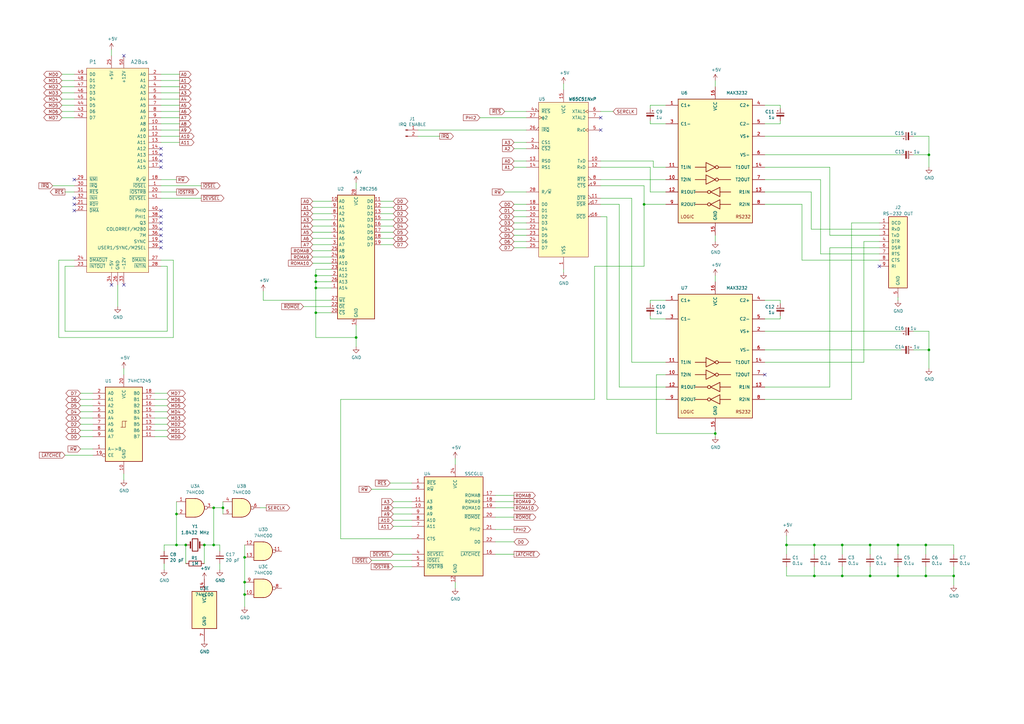
<source format=kicad_sch>
(kicad_sch (version 20211123) (generator eeschema)
  (paper "A3")
  (junction (at 264.16 83.82))
  (junction (at 72.39 210.82))
  (junction (at 356.87 236.22))
  (junction (at 87.63 223.52))
  (junction (at 100.33 243.84))
  (junction (at 91.44 208.28))
  (junction (at 368.3 223.52))
  (junction (at 129.54 118.11))
  (junction (at 381 143.51))
  (junction (at 293.37 177.8))
  (junction (at 72.39 223.52))
  (junction (at 345.44 223.52))
  (junction (at 322.58 223.52))
  (junction (at 379.73 223.52))
  (junction (at 100.33 228.6))
  (junction (at 379.73 236.22))
  (junction (at 356.87 223.52))
  (junction (at 381 63.5))
  (junction (at 334.01 236.22))
  (junction (at 76.2 223.52))
  (junction (at 345.44 236.22))
  (junction (at 146.05 138.43))
  (junction (at 87.63 208.28))
  (junction (at 100.33 238.76))
  (junction (at 129.54 113.03))
  (junction (at 129.54 115.57))
  (junction (at 129.54 128.27))
  (junction (at 391.16 236.22))
  (junction (at 334.01 223.52))
  (junction (at 368.3 236.22))
  (junction (at 83.82 223.52))
  (no_connect (at 30.48 81.28))
  (no_connect (at 66.04 99.06))
  (no_connect (at 50.8 22.86))
  (no_connect (at 246.38 53.34))
  (no_connect (at 66.04 68.58))
  (no_connect (at 66.04 60.96))
  (no_connect (at 66.04 86.36))
  (no_connect (at 66.04 88.9))
  (no_connect (at 45.72 116.84))
  (no_connect (at 30.48 86.36))
  (no_connect (at 66.04 101.6))
  (no_connect (at 30.48 73.66))
  (no_connect (at 66.04 93.98))
  (no_connect (at 50.8 116.84))
  (no_connect (at 246.38 48.26))
  (no_connect (at 360.68 109.22))
  (no_connect (at 66.04 96.52))
  (no_connect (at 66.04 91.44))
  (no_connect (at 30.48 83.82))
  (no_connect (at 66.04 63.5))
  (no_connect (at 66.04 66.04))
  (no_connect (at 313.69 153.67))
  (wire (pts (xy 66.04 53.34) (xy 73.66 53.34)))
  (wire (pts (xy 266.7 123.19) (xy 273.05 123.19)))
  (wire (pts (xy 266.7 68.58) (xy 266.7 78.74)))
  (wire (pts (xy 266.7 124.46) (xy 266.7 123.19)))
  (wire (pts (xy 313.69 148.59) (xy 354.33 148.59)))
  (wire (pts (xy 266.7 50.8) (xy 266.7 49.53)))
  (wire (pts (xy 322.58 236.22) (xy 334.01 236.22)))
  (wire (pts (xy 203.2 222.25) (xy 210.82 222.25)))
  (wire (pts (xy 72.39 210.82) (xy 72.39 223.52)))
  (wire (pts (xy 135.89 85.09) (xy 128.27 85.09)))
  (wire (pts (xy 273.05 50.8) (xy 266.7 50.8)))
  (wire (pts (xy 313.69 73.66) (xy 336.55 73.66)))
  (wire (pts (xy 25.4 43.18) (xy 30.48 43.18)))
  (wire (pts (xy 381 63.5) (xy 381 68.58)))
  (wire (pts (xy 210.82 99.06) (xy 215.9 99.06)))
  (wire (pts (xy 313.69 135.89) (xy 369.57 135.89)))
  (wire (pts (xy 146.05 138.43) (xy 146.05 142.24)))
  (wire (pts (xy 135.89 107.95) (xy 128.27 107.95)))
  (wire (pts (xy 67.31 223.52) (xy 67.31 226.06)))
  (wire (pts (xy 246.38 88.9) (xy 248.92 88.9)))
  (wire (pts (xy 374.65 135.89) (xy 381 135.89)))
  (wire (pts (xy 293.37 113.03) (xy 293.37 115.57)))
  (wire (pts (xy 66.04 76.2) (xy 82.55 76.2)))
  (wire (pts (xy 267.97 66.04) (xy 267.97 68.58)))
  (wire (pts (xy 381 135.89) (xy 381 143.51)))
  (wire (pts (xy 207.01 78.74) (xy 215.9 78.74)))
  (wire (pts (xy 107.95 123.19) (xy 135.89 123.19)))
  (wire (pts (xy 26.67 135.89) (xy 68.58 135.89)))
  (wire (pts (xy 391.16 236.22) (xy 391.16 240.03)))
  (wire (pts (xy 33.02 179.07) (xy 38.1 179.07)))
  (wire (pts (xy 129.54 110.49) (xy 129.54 113.03)))
  (wire (pts (xy 33.02 184.15) (xy 38.1 184.15)))
  (wire (pts (xy 33.02 173.99) (xy 38.1 173.99)))
  (wire (pts (xy 139.7 220.98) (xy 139.7 163.83)))
  (wire (pts (xy 368.3 232.41) (xy 368.3 236.22)))
  (wire (pts (xy 135.89 95.25) (xy 128.27 95.25)))
  (wire (pts (xy 246.38 66.04) (xy 267.97 66.04)))
  (wire (pts (xy 168.91 205.74) (xy 161.29 205.74)))
  (wire (pts (xy 210.82 88.9) (xy 215.9 88.9)))
  (wire (pts (xy 273.05 130.81) (xy 266.7 130.81)))
  (wire (pts (xy 33.02 166.37) (xy 38.1 166.37)))
  (wire (pts (xy 25.4 45.72) (xy 30.48 45.72)))
  (wire (pts (xy 180.34 55.88) (xy 171.45 55.88)))
  (wire (pts (xy 356.87 232.41) (xy 356.87 236.22)))
  (wire (pts (xy 345.44 223.52) (xy 334.01 223.52)))
  (wire (pts (xy 91.44 208.28) (xy 91.44 210.82)))
  (wire (pts (xy 161.29 97.79) (xy 156.21 97.79)))
  (wire (pts (xy 320.04 44.45) (xy 320.04 43.18)))
  (wire (pts (xy 210.82 101.6) (xy 215.9 101.6)))
  (wire (pts (xy 379.73 223.52) (xy 379.73 227.33)))
  (wire (pts (xy 87.63 223.52) (xy 87.63 208.28)))
  (wire (pts (xy 68.58 109.22) (xy 66.04 109.22)))
  (wire (pts (xy 25.4 38.1) (xy 30.48 38.1)))
  (wire (pts (xy 135.89 105.41) (xy 128.27 105.41)))
  (wire (pts (xy 33.02 163.83) (xy 38.1 163.83)))
  (wire (pts (xy 68.58 168.91) (xy 63.5 168.91)))
  (wire (pts (xy 243.84 163.83) (xy 243.84 109.22)))
  (wire (pts (xy 25.4 40.64) (xy 30.48 40.64)))
  (wire (pts (xy 25.4 48.26) (xy 30.48 48.26)))
  (wire (pts (xy 246.38 73.66) (xy 273.05 73.66)))
  (wire (pts (xy 203.2 227.33) (xy 210.82 227.33)))
  (wire (pts (xy 267.97 68.58) (xy 273.05 68.58)))
  (wire (pts (xy 26.67 78.74) (xy 30.48 78.74)))
  (wire (pts (xy 91.44 205.74) (xy 91.44 208.28)))
  (wire (pts (xy 90.17 231.14) (xy 90.17 233.68)))
  (wire (pts (xy 66.04 58.42) (xy 73.66 58.42)))
  (wire (pts (xy 25.4 30.48) (xy 30.48 30.48)))
  (wire (pts (xy 313.69 143.51) (xy 369.57 143.51)))
  (wire (pts (xy 168.91 232.41) (xy 161.29 232.41)))
  (wire (pts (xy 135.89 118.11) (xy 129.54 118.11)))
  (wire (pts (xy 100.33 223.52) (xy 100.33 228.6)))
  (wire (pts (xy 129.54 138.43) (xy 146.05 138.43)))
  (wire (pts (xy 334.01 236.22) (xy 345.44 236.22)))
  (wire (pts (xy 332.74 93.98) (xy 360.68 93.98)))
  (wire (pts (xy 203.2 217.17) (xy 210.82 217.17)))
  (wire (pts (xy 210.82 58.42) (xy 215.9 58.42)))
  (wire (pts (xy 161.29 90.17) (xy 156.21 90.17)))
  (wire (pts (xy 66.04 78.74) (xy 72.39 78.74)))
  (wire (pts (xy 259.08 148.59) (xy 273.05 148.59)))
  (wire (pts (xy 254 158.75) (xy 254 83.82)))
  (wire (pts (xy 368.3 223.52) (xy 356.87 223.52)))
  (wire (pts (xy 334.01 223.52) (xy 322.58 223.52)))
  (wire (pts (xy 320.04 124.46) (xy 320.04 123.19)))
  (wire (pts (xy 83.82 223.52) (xy 83.82 231.14)))
  (wire (pts (xy 259.08 81.28) (xy 259.08 148.59)))
  (wire (pts (xy 168.91 210.82) (xy 161.29 210.82)))
  (wire (pts (xy 231.14 34.29) (xy 231.14 36.83)))
  (wire (pts (xy 68.58 135.89) (xy 68.58 109.22)))
  (wire (pts (xy 313.69 163.83) (xy 349.25 163.83)))
  (wire (pts (xy 107.95 119.38) (xy 107.95 123.19)))
  (wire (pts (xy 161.29 95.25) (xy 156.21 95.25)))
  (wire (pts (xy 334.01 223.52) (xy 334.01 227.33)))
  (wire (pts (xy 391.16 223.52) (xy 379.73 223.52)))
  (wire (pts (xy 293.37 33.02) (xy 293.37 35.56)))
  (wire (pts (xy 374.65 63.5) (xy 381 63.5)))
  (wire (pts (xy 160.02 198.12) (xy 168.91 198.12)))
  (wire (pts (xy 24.13 138.43) (xy 71.12 138.43)))
  (wire (pts (xy 33.02 171.45) (xy 38.1 171.45)))
  (wire (pts (xy 210.82 96.52) (xy 215.9 96.52)))
  (wire (pts (xy 83.82 223.52) (xy 87.63 223.52)))
  (wire (pts (xy 161.29 100.33) (xy 156.21 100.33)))
  (wire (pts (xy 66.04 35.56) (xy 73.66 35.56)))
  (wire (pts (xy 66.04 48.26) (xy 73.66 48.26)))
  (wire (pts (xy 168.91 213.36) (xy 161.29 213.36)))
  (wire (pts (xy 320.04 123.19) (xy 313.69 123.19)))
  (wire (pts (xy 246.38 76.2) (xy 264.16 76.2)))
  (wire (pts (xy 354.33 99.06) (xy 360.68 99.06)))
  (wire (pts (xy 203.2 212.09) (xy 210.82 212.09)))
  (wire (pts (xy 146.05 74.93) (xy 146.05 77.47)))
  (wire (pts (xy 168.91 229.87) (xy 152.4 229.87)))
  (wire (pts (xy 203.2 203.2) (xy 210.82 203.2)))
  (wire (pts (xy 21.59 76.2) (xy 30.48 76.2)))
  (wire (pts (xy 135.89 97.79) (xy 128.27 97.79)))
  (wire (pts (xy 66.04 45.72) (xy 73.66 45.72)))
  (wire (pts (xy 30.48 106.68) (xy 24.13 106.68)))
  (wire (pts (xy 313.69 68.58) (xy 340.36 68.58)))
  (wire (pts (xy 71.12 106.68) (xy 66.04 106.68)))
  (wire (pts (xy 313.69 55.88) (xy 369.57 55.88)))
  (wire (pts (xy 313.69 50.8) (xy 320.04 50.8)))
  (wire (pts (xy 210.82 93.98) (xy 215.9 93.98)))
  (wire (pts (xy 33.02 168.91) (xy 38.1 168.91)))
  (wire (pts (xy 266.7 78.74) (xy 273.05 78.74)))
  (wire (pts (xy 68.58 166.37) (xy 63.5 166.37)))
  (wire (pts (xy 186.69 187.96) (xy 186.69 190.5)))
  (wire (pts (xy 45.72 20.32) (xy 45.72 22.86)))
  (wire (pts (xy 354.33 148.59) (xy 354.33 99.06)))
  (wire (pts (xy 135.89 92.71) (xy 128.27 92.71)))
  (wire (pts (xy 168.91 215.9) (xy 161.29 215.9)))
  (wire (pts (xy 66.04 30.48) (xy 73.66 30.48)))
  (wire (pts (xy 360.68 101.6) (xy 340.36 101.6)))
  (wire (pts (xy 340.36 158.75) (xy 313.69 158.75)))
  (wire (pts (xy 168.91 208.28) (xy 161.29 208.28)))
  (wire (pts (xy 336.55 104.14) (xy 360.68 104.14)))
  (wire (pts (xy 76.2 223.52) (xy 76.2 231.14)))
  (wire (pts (xy 210.82 83.82) (xy 215.9 83.82)))
  (wire (pts (xy 328.93 106.68) (xy 328.93 83.82)))
  (wire (pts (xy 72.39 205.74) (xy 72.39 210.82)))
  (wire (pts (xy 379.73 232.41) (xy 379.73 236.22)))
  (wire (pts (xy 322.58 223.52) (xy 322.58 227.33)))
  (wire (pts (xy 266.7 44.45) (xy 266.7 43.18)))
  (wire (pts (xy 87.63 208.28) (xy 91.44 208.28)))
  (wire (pts (xy 50.8 194.31) (xy 50.8 196.85)))
  (wire (pts (xy 66.04 55.88) (xy 73.66 55.88)))
  (wire (pts (xy 293.37 96.52) (xy 293.37 99.06)))
  (wire (pts (xy 25.4 33.02) (xy 30.48 33.02)))
  (wire (pts (xy 168.91 227.33) (xy 161.29 227.33)))
  (wire (pts (xy 33.02 176.53) (xy 38.1 176.53)))
  (wire (pts (xy 161.29 87.63) (xy 156.21 87.63)))
  (wire (pts (xy 135.89 102.87) (xy 128.27 102.87)))
  (wire (pts (xy 50.8 151.13) (xy 50.8 153.67)))
  (wire (pts (xy 368.3 223.52) (xy 368.3 227.33)))
  (wire (pts (xy 68.58 161.29) (xy 63.5 161.29)))
  (wire (pts (xy 293.37 177.8) (xy 293.37 179.07)))
  (wire (pts (xy 246.38 81.28) (xy 259.08 81.28)))
  (wire (pts (xy 210.82 91.44) (xy 215.9 91.44)))
  (wire (pts (xy 161.29 92.71) (xy 156.21 92.71)))
  (wire (pts (xy 374.65 55.88) (xy 381 55.88)))
  (wire (pts (xy 203.2 208.28) (xy 210.82 208.28)))
  (wire (pts (xy 264.16 83.82) (xy 264.16 109.22)))
  (wire (pts (xy 186.69 238.76) (xy 186.69 241.3)))
  (wire (pts (xy 66.04 40.64) (xy 73.66 40.64)))
  (wire (pts (xy 25.4 35.56) (xy 30.48 35.56)))
  (wire (pts (xy 26.67 186.69) (xy 38.1 186.69)))
  (wire (pts (xy 215.9 48.26) (xy 196.85 48.26)))
  (wire (pts (xy 269.24 153.67) (xy 269.24 177.8)))
  (wire (pts (xy 248.92 88.9) (xy 248.92 163.83)))
  (wire (pts (xy 66.04 33.02) (xy 73.66 33.02)))
  (wire (pts (xy 340.36 68.58) (xy 340.36 96.52)))
  (wire (pts (xy 68.58 163.83) (xy 63.5 163.83)))
  (wire (pts (xy 231.14 110.49) (xy 231.14 111.76)))
  (wire (pts (xy 368.3 236.22) (xy 379.73 236.22)))
  (wire (pts (xy 345.44 223.52) (xy 345.44 227.33)))
  (wire (pts (xy 30.48 109.22) (xy 26.67 109.22)))
  (wire (pts (xy 269.24 177.8) (xy 293.37 177.8)))
  (wire (pts (xy 328.93 83.82) (xy 313.69 83.82)))
  (wire (pts (xy 135.89 110.49) (xy 129.54 110.49)))
  (wire (pts (xy 356.87 236.22) (xy 368.3 236.22)))
  (wire (pts (xy 100.33 243.84) (xy 100.33 248.92)))
  (wire (pts (xy 210.82 86.36) (xy 215.9 86.36)))
  (wire (pts (xy 66.04 43.18) (xy 73.66 43.18)))
  (wire (pts (xy 379.73 236.22) (xy 391.16 236.22)))
  (wire (pts (xy 100.33 238.76) (xy 100.33 243.84)))
  (wire (pts (xy 320.04 130.81) (xy 320.04 129.54)))
  (wire (pts (xy 66.04 73.66) (xy 72.39 73.66)))
  (wire (pts (xy 248.92 163.83) (xy 273.05 163.83)))
  (wire (pts (xy 68.58 179.07) (xy 63.5 179.07)))
  (wire (pts (xy 273.05 158.75) (xy 254 158.75)))
  (wire (pts (xy 313.69 63.5) (xy 369.57 63.5)))
  (wire (pts (xy 67.31 223.52) (xy 72.39 223.52)))
  (wire (pts (xy 266.7 130.81) (xy 266.7 129.54)))
  (wire (pts (xy 90.17 223.52) (xy 87.63 223.52)))
  (wire (pts (xy 345.44 232.41) (xy 345.44 236.22)))
  (wire (pts (xy 135.89 90.17) (xy 128.27 90.17)))
  (wire (pts (xy 135.89 87.63) (xy 128.27 87.63)))
  (wire (pts (xy 293.37 176.53) (xy 293.37 177.8)))
  (wire (pts (xy 100.33 228.6) (xy 100.33 238.76)))
  (wire (pts (xy 71.12 138.43) (xy 71.12 106.68)))
  (wire (pts (xy 90.17 223.52) (xy 90.17 226.06)))
  (wire (pts (xy 33.02 161.29) (xy 38.1 161.29)))
  (wire (pts (xy 379.73 223.52) (xy 368.3 223.52)))
  (wire (pts (xy 161.29 85.09) (xy 156.21 85.09)))
  (wire (pts (xy 135.89 113.03) (xy 129.54 113.03)))
  (wire (pts (xy 207.01 45.72) (xy 215.9 45.72)))
  (wire (pts (xy 264.16 76.2) (xy 264.16 83.82)))
  (wire (pts (xy 356.87 223.52) (xy 345.44 223.52)))
  (wire (pts (xy 210.82 60.96) (xy 215.9 60.96)))
  (wire (pts (xy 72.39 223.52) (xy 76.2 223.52)))
  (wire (pts (xy 68.58 171.45) (xy 63.5 171.45)))
  (wire (pts (xy 273.05 153.67) (xy 269.24 153.67)))
  (wire (pts (xy 24.13 106.68) (xy 24.13 138.43)))
  (wire (pts (xy 135.89 128.27) (xy 129.54 128.27)))
  (wire (pts (xy 68.58 173.99) (xy 63.5 173.99)))
  (wire (pts (xy 254 83.82) (xy 246.38 83.82)))
  (wire (pts (xy 360.68 106.68) (xy 328.93 106.68)))
  (wire (pts (xy 48.26 116.84) (xy 48.26 125.73)))
  (wire (pts (xy 203.2 205.74) (xy 210.82 205.74)))
  (wire (pts (xy 349.25 91.44) (xy 360.68 91.44)))
  (wire (pts (xy 391.16 232.41) (xy 391.16 236.22)))
  (wire (pts (xy 251.46 45.72) (xy 246.38 45.72)))
  (wire (pts (xy 161.29 82.55) (xy 156.21 82.55)))
  (wire (pts (xy 391.16 223.52) (xy 391.16 227.33)))
  (wire (pts (xy 381 55.88) (xy 381 63.5)))
  (wire (pts (xy 345.44 236.22) (xy 356.87 236.22)))
  (wire (pts (xy 356.87 223.52) (xy 356.87 227.33)))
  (wire (pts (xy 139.7 163.83) (xy 243.84 163.83)))
  (wire (pts (xy 67.31 231.14) (xy 67.31 233.68)))
  (wire (pts (xy 368.3 121.92) (xy 368.3 123.19)))
  (wire (pts (xy 266.7 43.18) (xy 273.05 43.18)))
  (wire (pts (xy 349.25 163.83) (xy 349.25 91.44)))
  (wire (pts (xy 322.58 232.41) (xy 322.58 236.22)))
  (wire (pts (xy 66.04 38.1) (xy 73.66 38.1)))
  (wire (pts (xy 66.04 81.28) (xy 82.55 81.28)))
  (wire (pts (xy 340.36 96.52) (xy 360.68 96.52)))
  (wire (pts (xy 374.65 143.51) (xy 381 143.51)))
  (wire (pts (xy 313.69 130.81) (xy 320.04 130.81)))
  (wire (pts (xy 135.89 82.55) (xy 128.27 82.55)))
  (wire (pts (xy 210.82 68.58) (xy 215.9 68.58)))
  (wire (pts (xy 129.54 113.03) (xy 129.54 115.57)))
  (wire (pts (xy 129.54 115.57) (xy 129.54 118.11)))
  (wire (pts (xy 332.74 78.74) (xy 332.74 93.98)))
  (wire (pts (xy 66.04 50.8) (xy 73.66 50.8)))
  (wire (pts (xy 146.05 133.35) (xy 146.05 138.43)))
  (wire (pts (xy 139.7 220.98) (xy 168.91 220.98)))
  (wire (pts (xy 135.89 100.33) (xy 128.27 100.33)))
  (wire (pts (xy 322.58 219.71) (xy 322.58 223.52)))
  (wire (pts (xy 152.4 200.66) (xy 168.91 200.66)))
  (wire (pts (xy 26.67 109.22) (xy 26.67 135.89)))
  (wire (pts (xy 313.69 78.74) (xy 332.74 78.74)))
  (wire (pts (xy 106.68 208.28) (xy 109.22 208.28)))
  (wire (pts (xy 336.55 73.66) (xy 336.55 104.14)))
  (wire (pts (xy 340.36 101.6) (xy 340.36 158.75)))
  (wire (pts (xy 68.58 176.53) (xy 63.5 176.53)))
  (wire (pts (xy 320.04 50.8) (xy 320.04 49.53)))
  (wire (pts (xy 135.89 115.57) (xy 129.54 115.57)))
  (wire (pts (xy 320.04 43.18) (xy 313.69 43.18)))
  (wire (pts (xy 135.89 125.73) (xy 124.46 125.73)))
  (wire (pts (xy 129.54 118.11) (xy 129.54 128.27)))
  (wire (pts (xy 334.01 232.41) (xy 334.01 236.22)))
  (wire (pts (xy 264.16 83.82) (xy 273.05 83.82)))
  (wire (pts (xy 210.82 66.04) (xy 215.9 66.04)))
  (wire (pts (xy 129.54 128.27) (xy 129.54 138.43)))
  (wire (pts (xy 171.45 53.34) (xy 215.9 53.34)))
  (wire (pts (xy 246.38 68.58) (xy 266.7 68.58)))
  (wire (pts (xy 381 143.51) (xy 381 151.13)))
  (wire (pts (xy 243.84 109.22) (xy 264.16 109.22)))
  (global_label "R~{W}" (shape input) (at 152.4 200.66 180) (property "Intersheet References" "${INTERSHEET_REFS}" (effects hide)))
  (global_label "D5" (shape bidirectional) (at 161.29 95.25 0) (property "Intersheet References" "${INTERSHEET_REFS}" (effects hide)))
  (global_label "R~{W}" (shape output) (at 72.39 73.66 0) (property "Intersheet References" "${INTERSHEET_REFS}" (effects hide)))
  (global_label "A3" (shape input) (at 128.27 90.17 180) (property "Intersheet References" "${INTERSHEET_REFS}" (effects hide)))
  (global_label "A5" (shape output) (at 73.66 43.18 0) (property "Intersheet References" "${INTERSHEET_REFS}" (effects hide)))
  (global_label "SERCLK" (shape input) (at 251.46 45.72 0) (property "Intersheet References" "${INTERSHEET_REFS}" (effects hide)))
  (global_label "~{IRQ}" (shape input) (at 21.59 76.2 180) (property "Intersheet References" "${INTERSHEET_REFS}" (effects hide)))
  (global_label "ROMA9" (shape input) (at 128.27 105.41 180) (property "Intersheet References" "${INTERSHEET_REFS}" (effects hide)))
  (global_label "A2" (shape output) (at 73.66 35.56 0) (property "Intersheet References" "${INTERSHEET_REFS}" (effects hide)))
  (global_label "A9" (shape input) (at 161.29 210.82 180) (property "Intersheet References" "${INTERSHEET_REFS}" (effects hide)))
  (global_label "D0" (shape tri_state) (at 210.82 222.25 0) (property "Intersheet References" "${INTERSHEET_REFS}" (effects hide)))
  (global_label "D1" (shape bidirectional) (at 33.02 176.53 180) (property "Intersheet References" "${INTERSHEET_REFS}" (effects hide)))
  (global_label "A6" (shape output) (at 73.66 45.72 0) (property "Intersheet References" "${INTERSHEET_REFS}" (effects hide)))
  (global_label "~{LATCHCE}" (shape output) (at 210.82 227.33 0) (property "Intersheet References" "${INTERSHEET_REFS}" (effects hide)))
  (global_label "D4" (shape bidirectional) (at 33.02 168.91 180) (property "Intersheet References" "${INTERSHEET_REFS}" (effects hide)))
  (global_label "~{IOSEL}" (shape input) (at 152.4 229.87 180) (property "Intersheet References" "${INTERSHEET_REFS}" (effects hide)))
  (global_label "D4" (shape bidirectional) (at 210.82 93.98 180) (property "Intersheet References" "${INTERSHEET_REFS}" (effects hide)))
  (global_label "PHI2" (shape output) (at 210.82 217.17 0) (property "Intersheet References" "${INTERSHEET_REFS}" (effects hide)))
  (global_label "~{ROMOE}" (shape input) (at 124.46 125.73 180) (property "Intersheet References" "${INTERSHEET_REFS}" (effects hide)))
  (global_label "~{IOSTRB}" (shape output) (at 72.39 78.74 0) (property "Intersheet References" "${INTERSHEET_REFS}" (effects hide)))
  (global_label "D3" (shape bidirectional) (at 161.29 90.17 0) (property "Intersheet References" "${INTERSHEET_REFS}" (effects hide)))
  (global_label "A8" (shape input) (at 161.29 208.28 180) (property "Intersheet References" "${INTERSHEET_REFS}" (effects hide)))
  (global_label "MD6" (shape bidirectional) (at 25.4 45.72 180) (property "Intersheet References" "${INTERSHEET_REFS}" (effects hide)))
  (global_label "SERCLK" (shape output) (at 109.22 208.28 0) (property "Intersheet References" "${INTERSHEET_REFS}" (effects hide)))
  (global_label "D6" (shape bidirectional) (at 33.02 163.83 180) (property "Intersheet References" "${INTERSHEET_REFS}" (effects hide)))
  (global_label "A10" (shape output) (at 73.66 55.88 0) (property "Intersheet References" "${INTERSHEET_REFS}" (effects hide)))
  (global_label "ROMA9" (shape output) (at 210.82 205.74 0) (property "Intersheet References" "${INTERSHEET_REFS}" (effects hide)))
  (global_label "MD1" (shape bidirectional) (at 25.4 33.02 180) (property "Intersheet References" "${INTERSHEET_REFS}" (effects hide)))
  (global_label "MD6" (shape bidirectional) (at 68.58 163.83 0) (property "Intersheet References" "${INTERSHEET_REFS}" (effects hide)))
  (global_label "D5" (shape bidirectional) (at 210.82 96.52 180) (property "Intersheet References" "${INTERSHEET_REFS}" (effects hide)))
  (global_label "A2" (shape input) (at 128.27 87.63 180) (property "Intersheet References" "${INTERSHEET_REFS}" (effects hide)))
  (global_label "~{DEVSEL}" (shape output) (at 82.55 81.28 0) (property "Intersheet References" "${INTERSHEET_REFS}" (effects hide)))
  (global_label "MD3" (shape bidirectional) (at 68.58 171.45 0) (property "Intersheet References" "${INTERSHEET_REFS}" (effects hide)))
  (global_label "A6" (shape input) (at 128.27 97.79 180) (property "Intersheet References" "${INTERSHEET_REFS}" (effects hide)))
  (global_label "~{RES}" (shape input) (at 160.02 198.12 180) (property "Intersheet References" "${INTERSHEET_REFS}" (effects hide)))
  (global_label "~{RES}" (shape input) (at 207.01 45.72 180) (property "Intersheet References" "${INTERSHEET_REFS}" (effects hide)))
  (global_label "~{DEVSEL}" (shape input) (at 161.29 227.33 180) (property "Intersheet References" "${INTERSHEET_REFS}" (effects hide)))
  (global_label "MD0" (shape bidirectional) (at 68.58 179.07 0) (property "Intersheet References" "${INTERSHEET_REFS}" (effects hide)))
  (global_label "MD0" (shape bidirectional) (at 25.4 30.48 180) (property "Intersheet References" "${INTERSHEET_REFS}" (effects hide)))
  (global_label "~{LATCHCE}" (shape input) (at 26.67 186.69 180) (property "Intersheet References" "${INTERSHEET_REFS}" (effects hide)))
  (global_label "~{RES}" (shape output) (at 26.67 78.74 180) (property "Intersheet References" "${INTERSHEET_REFS}" (effects hide)))
  (global_label "MD4" (shape bidirectional) (at 68.58 168.91 0) (property "Intersheet References" "${INTERSHEET_REFS}" (effects hide)))
  (global_label "MD5" (shape bidirectional) (at 25.4 43.18 180) (property "Intersheet References" "${INTERSHEET_REFS}" (effects hide)))
  (global_label "A5" (shape input) (at 128.27 95.25 180) (property "Intersheet References" "${INTERSHEET_REFS}" (effects hide)))
  (global_label "A8" (shape output) (at 73.66 50.8 0) (property "Intersheet References" "${INTERSHEET_REFS}" (effects hide)))
  (global_label "MD2" (shape bidirectional) (at 25.4 35.56 180) (property "Intersheet References" "${INTERSHEET_REFS}" (effects hide)))
  (global_label "A3" (shape input) (at 161.29 205.74 180) (property "Intersheet References" "${INTERSHEET_REFS}" (effects hide)))
  (global_label "ROMA8" (shape input) (at 128.27 102.87 180) (property "Intersheet References" "${INTERSHEET_REFS}" (effects hide)))
  (global_label "D3" (shape bidirectional) (at 210.82 91.44 180) (property "Intersheet References" "${INTERSHEET_REFS}" (effects hide)))
  (global_label "MD1" (shape bidirectional) (at 68.58 176.53 0) (property "Intersheet References" "${INTERSHEET_REFS}" (effects hide)))
  (global_label "D0" (shape bidirectional) (at 210.82 83.82 180) (property "Intersheet References" "${INTERSHEET_REFS}" (effects hide)))
  (global_label "MD3" (shape bidirectional) (at 25.4 38.1 180) (property "Intersheet References" "${INTERSHEET_REFS}" (effects hide)))
  (global_label "D3" (shape bidirectional) (at 33.02 171.45 180) (property "Intersheet References" "${INTERSHEET_REFS}" (effects hide)))
  (global_label "D6" (shape bidirectional) (at 161.29 97.79 0) (property "Intersheet References" "${INTERSHEET_REFS}" (effects hide)))
  (global_label "D7" (shape bidirectional) (at 33.02 161.29 180) (property "Intersheet References" "${INTERSHEET_REFS}" (effects hide)))
  (global_label "A1" (shape input) (at 210.82 68.58 180) (property "Intersheet References" "${INTERSHEET_REFS}" (effects hide)))
  (global_label "R~{W}" (shape input) (at 207.01 78.74 180) (property "Intersheet References" "${INTERSHEET_REFS}" (effects hide)))
  (global_label "ROMA8" (shape output) (at 210.82 203.2 0) (property "Intersheet References" "${INTERSHEET_REFS}" (effects hide)))
  (global_label "D2" (shape bidirectional) (at 33.02 173.99 180) (property "Intersheet References" "${INTERSHEET_REFS}" (effects hide)))
  (global_label "A11" (shape output) (at 73.66 58.42 0) (property "Intersheet References" "${INTERSHEET_REFS}" (effects hide)))
  (global_label "MD5" (shape bidirectional) (at 68.58 166.37 0) (property "Intersheet References" "${INTERSHEET_REFS}" (effects hide)))
  (global_label "R~{W}" (shape input) (at 33.02 184.15 180) (property "Intersheet References" "${INTERSHEET_REFS}" (effects hide)))
  (global_label "MD4" (shape bidirectional) (at 25.4 40.64 180) (property "Intersheet References" "${INTERSHEET_REFS}" (effects hide)))
  (global_label "D2" (shape bidirectional) (at 210.82 88.9 180) (property "Intersheet References" "${INTERSHEET_REFS}" (effects hide)))
  (global_label "D7" (shape bidirectional) (at 210.82 101.6 180) (property "Intersheet References" "${INTERSHEET_REFS}" (effects hide)))
  (global_label "ROMA10" (shape output) (at 210.82 208.28 0) (property "Intersheet References" "${INTERSHEET_REFS}" (effects hide)))
  (global_label "D5" (shape bidirectional) (at 33.02 166.37 180) (property "Intersheet References" "${INTERSHEET_REFS}" (effects hide)))
  (global_label "A2" (shape input) (at 210.82 60.96 180) (property "Intersheet References" "${INTERSHEET_REFS}" (effects hide)))
  (global_label "A4" (shape output) (at 73.66 40.64 0) (property "Intersheet References" "${INTERSHEET_REFS}" (effects hide)))
  (global_label "D2" (shape bidirectional) (at 161.29 87.63 0) (property "Intersheet References" "${INTERSHEET_REFS}" (effects hide)))
  (global_label "A10" (shape input) (at 161.29 213.36 180) (property "Intersheet References" "${INTERSHEET_REFS}" (effects hide)))
  (global_label "MD2" (shape bidirectional) (at 68.58 173.99 0) (property "Intersheet References" "${INTERSHEET_REFS}" (effects hide)))
  (global_label "D7" (shape bidirectional) (at 161.29 100.33 0) (property "Intersheet References" "${INTERSHEET_REFS}" (effects hide)))
  (global_label "~{ROMOE}" (shape output) (at 210.82 212.09 0) (property "Intersheet References" "${INTERSHEET_REFS}" (effects hide)))
  (global_label "~{IRQ}" (shape output) (at 180.34 55.88 0) (property "Intersheet References" "${INTERSHEET_REFS}" (effects hide)))
  (global_label "A4" (shape input) (at 128.27 92.71 180) (property "Intersheet References" "${INTERSHEET_REFS}" (effects hide)))
  (global_label "PHI2" (shape input) (at 196.85 48.26 180) (property "Intersheet References" "${INTERSHEET_REFS}" (effects hide)))
  (global_label "D1" (shape bidirectional) (at 161.29 85.09 0) (property "Intersheet References" "${INTERSHEET_REFS}" (effects hide)))
  (global_label "MD7" (shape bidirectional) (at 68.58 161.29 0) (property "Intersheet References" "${INTERSHEET_REFS}" (effects hide)))
  (global_label "D4" (shape bidirectional) (at 161.29 92.71 0) (property "Intersheet References" "${INTERSHEET_REFS}" (effects hide)))
  (global_label "A9" (shape output) (at 73.66 53.34 0) (property "Intersheet References" "${INTERSHEET_REFS}" (effects hide)))
  (global_label "D0" (shape bidirectional) (at 161.29 82.55 0) (property "Intersheet References" "${INTERSHEET_REFS}" (effects hide)))
  (global_label "A0" (shape input) (at 128.27 82.55 180) (property "Intersheet References" "${INTERSHEET_REFS}" (effects hide)))
  (global_label "ROMA10" (shape input) (at 128.27 107.95 180) (property "Intersheet References" "${INTERSHEET_REFS}" (effects hide)))
  (global_label "~{IOSTRB}" (shape input) (at 161.29 232.41 180) (property "Intersheet References" "${INTERSHEET_REFS}" (effects hide)))
  (global_label "A3" (shape input) (at 210.82 58.42 180) (property "Intersheet References" "${INTERSHEET_REFS}" (effects hide)))
  (global_label "A1" (shape input) (at 128.27 85.09 180) (property "Intersheet References" "${INTERSHEET_REFS}" (effects hide)))
  (global_label "D1" (shape bidirectional) (at 210.82 86.36 180) (property "Intersheet References" "${INTERSHEET_REFS}" (effects hide)))
  (global_label "D0" (shape bidirectional) (at 33.02 179.07 180) (property "Intersheet References" "${INTERSHEET_REFS}" (effects hide)))
  (global_label "A1" (shape output) (at 73.66 33.02 0) (property "Intersheet References" "${INTERSHEET_REFS}" (effects hide)))
  (global_label "A7" (shape output) (at 73.66 48.26 0) (property "Intersheet References" "${INTERSHEET_REFS}" (effects hide)))
  (global_label "A0" (shape output) (at 73.66 30.48 0) (property "Intersheet References" "${INTERSHEET_REFS}" (effects hide)))
  (global_label "A11" (shape input) (at 161.29 215.9 180) (property "Intersheet References" "${INTERSHEET_REFS}" (effects hide)))
  (global_label "~{IOSEL}" (shape output) (at 82.55 76.2 0) (property "Intersheet References" "${INTERSHEET_REFS}" (effects hide)))
  (global_label "MD7" (shape bidirectional) (at 25.4 48.26 180) (property "Intersheet References" "${INTERSHEET_REFS}" (effects hide)))
  (global_label "A7" (shape input) (at 128.27 100.33 180) (property "Intersheet References" "${INTERSHEET_REFS}" (effects hide)))
  (global_label "A3" (shape output) (at 73.66 38.1 0) (property "Intersheet References" "${INTERSHEET_REFS}" (effects hide)))
  (global_label "A0" (shape input) (at 210.82 66.04 180) (property "Intersheet References" "${INTERSHEET_REFS}" (effects hide)))
  (global_label "D6" (shape bidirectional) (at 210.82 99.06 180) (property "Intersheet References" "${INTERSHEET_REFS}" (effects hide)))
  (symbol (lib_id "65xx:W65C51NxP") (at 231.14 73.66 0) (unit 1)
    (property "Reference" "U5" (at 222.25 40.64 0))
    (property "Value" "W65C51NxP" (at 238.76 40.64 0) (effects (font bold italic)))
    (property "Footprint" "Package_DIP:DIP-28_W15.24mm_Socket" (effects hide))
    (property "Datasheet" "http://www.westerndesigncenter.com/wdc/documentation/w65c51n.pdf" (effects hide))
  )
  (symbol (lib_id "Memory_EEPROM:28C256") (at 146.05 105.41 0) (unit 1)
    (property "Reference" "U2" (at 139.7 77.47 0))
    (property "Value" "28C256" (at 151.13 77.47 0))
    (property "Footprint" "Package_DIP:DIP-28_W15.24mm_Socket" (effects hide))
    (property "Datasheet" "http://ww1.microchip.com/downloads/en/DeviceDoc/doc0006.pdf" (effects hide))
  )
  (symbol (lib_id "apple2:A2Bus") (at 48.26 68.58 0) (unit 1)
    (property "Reference" "P1" (at 38.1 25.4 0) (effects (font (size 1.524 1.524))))
    (property "Value" "A2Bus" (at 57.15 25.4 0) (effects (font (size 1.524 1.524))))
    (property "Footprint" "Apple2-Bus:Male_Card-Edge_50_pin__100_mil" (effects hide))
    (property "Datasheet" "https://allpinouts.org/pinouts/connectors/buses/apple-ii-slot/" (effects hide))
  )
  (symbol (lib_id "power:+5V") (at 45.72 20.32 0) (unit 1)
    (property "Reference" "#PWR0101" (effects hide))
    (property "Value" "+5V" (at 46.101 15.9258 0))
  )
  (symbol (lib_id "power:GND") (at 48.26 125.73 0) (unit 1)
    (property "Reference" "#PWR0102" (effects hide))
    (property "Value" "GND" (at 48.387 130.1242 0))
  )
  (symbol (lib_id "74xx:74HC245") (at 50.8 173.99 0) (unit 1)
    (property "Reference" "U1" (at 44.45 156.21 0))
    (property "Value" "74HCT245" (at 57.15 156.21 0))
    (property "Footprint" "Package_DIP:DIP-20_W7.62mm_Socket" (effects hide))
    (property "Datasheet" "http://www.ti.com/lit/gpn/sn74HC245" (effects hide))
  )
  (symbol (lib_id "power:+5V") (at 50.8 151.13 0) (unit 1)
    (property "Reference" "#PWR0103" (effects hide))
    (property "Value" "+5V" (at 51.181 146.7358 0))
  )
  (symbol (lib_id "power:GND") (at 50.8 196.85 0) (unit 1)
    (property "Reference" "#PWR0104" (effects hide))
    (property "Value" "GND" (at 50.927 201.2442 0))
  )
  (symbol (lib_id "ssc:SSCGLU") (at 186.69 215.9 0) (unit 1)
    (property "Reference" "U4" (at 175.26 194.31 0))
    (property "Value" "SSCGLU" (at 194.31 194.31 0))
    (property "Footprint" "Package_DIP:DIP-24_W7.62mm_Socket" (effects hide))
  )
  (symbol (lib_id "power:GND") (at 186.69 241.3 0) (unit 1)
    (property "Reference" "#PWR0119" (effects hide))
    (property "Value" "GND" (at 186.817 245.6942 0))
  )
  (symbol (lib_id "power:+5V") (at 186.69 187.96 0) (unit 1)
    (property "Reference" "#PWR0120" (effects hide))
    (property "Value" "+5V" (at 187.071 183.5658 0))
  )
  (symbol (lib_id "Interface_UART:MAX3232") (at 293.37 66.04 0) (unit 1)
    (property "Reference" "U6" (at 280.67 38.1 0))
    (property "Value" "MAX3232" (at 302.26 38.1 0))
    (property "Footprint" "Package_DIP:DIP-16_W7.62mm_Socket" (effects hide))
    (property "Datasheet" "https://datasheets.maximintegrated.com/en/ds/MAX3222-MAX3241.pdf" (effects hide))
  )
  (symbol (lib_id "power:+5V") (at 146.05 74.93 0) (unit 1)
    (property "Reference" "#PWR0105" (effects hide))
    (property "Value" "+5V" (at 146.431 70.5358 0))
  )
  (symbol (lib_id "power:+5V") (at 231.14 34.29 0) (unit 1)
    (property "Reference" "#PWR0116" (effects hide))
    (property "Value" "+5V" (at 231.521 29.8958 0))
  )
  (symbol (lib_id "power:+5V") (at 293.37 33.02 0) (unit 1)
    (property "Reference" "#PWR0106" (effects hide))
    (property "Value" "+5V" (at 293.751 28.6258 0))
  )
  (symbol (lib_id "power:+5V") (at 83.82 237.49 0) (unit 1)
    (property "Reference" "#PWR0107" (effects hide))
    (property "Value" "+5V" (at 84.201 233.0958 0))
  )
  (symbol (lib_id "power:GND") (at 83.82 262.89 0) (unit 1)
    (property "Reference" "#PWR0108" (effects hide))
    (property "Value" "GND" (at 83.947 267.2842 0))
  )
  (symbol (lib_id "power:GND") (at 146.05 142.24 0) (unit 1)
    (property "Reference" "#PWR0109" (effects hide))
    (property "Value" "GND" (at 146.177 146.6342 0))
  )
  (symbol (lib_id "power:GND") (at 231.14 111.76 0) (unit 1)
    (property "Reference" "#PWR0110" (effects hide))
    (property "Value" "GND" (at 231.267 116.1542 0))
  )
  (symbol (lib_id "power:GND") (at 293.37 99.06 0) (unit 1)
    (property "Reference" "#PWR0111" (effects hide))
    (property "Value" "GND" (at 293.497 103.4542 0))
  )
  (symbol (lib_id "Device:CP_Small") (at 266.7 46.99 0) (mirror y) (unit 1)
    (property "Reference" "C9" (at 269.0368 45.8216 0) (effects (justify right)))
    (property "Value" "1u" (at 269.0368 48.133 0) (effects (justify right)))
    (property "Footprint" "Capacitor_THT:CP_Radial_D5.0mm_P2.50mm" (effects hide))
  )
  (symbol (lib_id "Device:CP_Small") (at 320.04 46.99 0) (unit 1)
    (property "Reference" "C11" (at 317.7032 45.8216 0) (effects (justify right)))
    (property "Value" "1u" (at 317.7032 48.133 0) (effects (justify right)))
    (property "Footprint" "Capacitor_THT:CP_Radial_D5.0mm_P2.50mm" (effects hide))
  )
  (symbol (lib_id "Device:CP_Small") (at 372.11 55.88 90) (unit 1)
    (property "Reference" "C15" (at 370.84 54.61 90) (effects (justify left)))
    (property "Value" "1u" (at 375.92 54.61 90) (effects (justify left)))
    (property "Footprint" "Capacitor_THT:CP_Radial_D5.0mm_P2.50mm" (effects hide))
  )
  (symbol (lib_id "Device:CP_Small") (at 372.11 63.5 270) (unit 1)
    (property "Reference" "C13" (at 367.03 62.23 90) (effects (justify left)))
    (property "Value" "1u" (at 374.65 62.23 90) (effects (justify left)))
    (property "Footprint" "Capacitor_THT:CP_Radial_D5.0mm_P2.50mm" (effects hide))
  )
  (symbol (lib_id "power:GND") (at 381 68.58 0) (unit 1)
    (property "Reference" "#PWR0112" (effects hide))
    (property "Value" "GND" (at 381.127 72.9742 0))
  )
  (symbol (lib_id "Device:C_Small") (at 368.3 229.87 0) (unit 1)
    (property "Reference" "C5" (at 370.6368 228.7016 0) (effects (justify left)))
    (property "Value" "0.1u" (at 370.6368 231.013 0) (effects (justify left)))
    (property "Footprint" "Capacitor_THT:C_Disc_D4.3mm_W1.9mm_P5.00mm" (effects hide))
  )
  (symbol (lib_id "Device:C_Small") (at 379.73 229.87 0) (unit 1)
    (property "Reference" "C6" (at 382.0668 228.7016 0) (effects (justify left)))
    (property "Value" "0.1u" (at 382.0668 231.013 0) (effects (justify left)))
    (property "Footprint" "Capacitor_THT:C_Disc_D4.3mm_W1.9mm_P5.00mm" (effects hide))
  )
  (symbol (lib_id "Device:C_Small") (at 391.16 229.87 0) (unit 1)
    (property "Reference" "C7" (at 393.4968 228.7016 0) (effects (justify left)))
    (property "Value" "0.1u" (at 393.4968 231.013 0) (effects (justify left)))
    (property "Footprint" "Capacitor_THT:C_Disc_D4.3mm_W1.9mm_P5.00mm" (effects hide))
  )
  (symbol (lib_id "Device:C_Small") (at 322.58 229.87 0) (unit 1)
    (property "Reference" "C1" (at 324.9168 228.7016 0) (effects (justify left)))
    (property "Value" "0.1u" (at 324.9168 231.013 0) (effects (justify left)))
    (property "Footprint" "Capacitor_THT:C_Disc_D4.3mm_W1.9mm_P5.00mm" (effects hide))
  )
  (symbol (lib_id "Device:C_Small") (at 334.01 229.87 0) (unit 1)
    (property "Reference" "C2" (at 336.3468 228.7016 0) (effects (justify left)))
    (property "Value" "0.1u" (at 336.3468 231.013 0) (effects (justify left)))
    (property "Footprint" "Capacitor_THT:C_Disc_D4.3mm_W1.9mm_P5.00mm" (effects hide))
  )
  (symbol (lib_id "Device:C_Small") (at 345.44 229.87 0) (unit 1)
    (property "Reference" "C3" (at 347.7768 228.7016 0) (effects (justify left)))
    (property "Value" "0.1u" (at 347.7768 231.013 0) (effects (justify left)))
    (property "Footprint" "Capacitor_THT:C_Disc_D4.3mm_W1.9mm_P5.00mm" (effects hide))
  )
  (symbol (lib_id "Device:C_Small") (at 356.87 229.87 0) (unit 1)
    (property "Reference" "C4" (at 359.2068 228.7016 0) (effects (justify left)))
    (property "Value" "0.1u" (at 359.2068 231.013 0) (effects (justify left)))
    (property "Footprint" "Capacitor_THT:C_Disc_D4.3mm_W1.9mm_P5.00mm" (effects hide))
  )
  (symbol (lib_id "power:GND") (at 391.16 240.03 0) (unit 1)
    (property "Reference" "#PWR02" (effects hide))
    (property "Value" "GND" (at 391.287 244.4242 0))
  )
  (symbol (lib_id "Interface_UART:MAX3232") (at 293.37 146.05 0) (unit 1)
    (property "Reference" "U7" (at 280.67 118.11 0))
    (property "Value" "MAX3232" (at 302.26 118.11 0))
    (property "Footprint" "Package_DIP:DIP-16_W7.62mm_Socket" (effects hide))
    (property "Datasheet" "https://datasheets.maximintegrated.com/en/ds/MAX3222-MAX3241.pdf" (effects hide))
  )
  (symbol (lib_id "power:+5V") (at 293.37 113.03 0) (unit 1)
    (property "Reference" "#PWR0113" (effects hide))
    (property "Value" "+5V" (at 293.751 108.6358 0))
  )
  (symbol (lib_id "power:GND") (at 293.37 179.07 0) (unit 1)
    (property "Reference" "#PWR0114" (effects hide))
    (property "Value" "GND" (at 293.497 183.4642 0))
  )
  (symbol (lib_id "Device:CP_Small") (at 266.7 127 0) (mirror y) (unit 1)
    (property "Reference" "C10" (at 269.0368 125.8316 0) (effects (justify right)))
    (property "Value" "1u" (at 269.0368 128.143 0) (effects (justify right)))
    (property "Footprint" "Capacitor_THT:CP_Radial_D5.0mm_P2.50mm" (effects hide))
  )
  (symbol (lib_id "power:+5V") (at 322.58 219.71 0) (unit 1)
    (property "Reference" "#PWR01" (effects hide))
    (property "Value" "+5V" (at 322.961 215.3158 0))
  )
  (symbol (lib_id "Connector:Conn_01x02_Male") (at 166.37 53.34 0) (unit 1)
    (property "Reference" "J1" (at 169.1132 48.7426 0))
    (property "Value" "IRQ ENABLE" (at 169.1132 51.054 0))
    (property "Footprint" "Connector_PinHeader_2.54mm:PinHeader_1x02_P2.54mm_Vertical" (effects hide))
  )
  (symbol (lib_id "Device:CP_Small") (at 320.04 127 0) (unit 1)
    (property "Reference" "C12" (at 317.7032 125.8316 0) (effects (justify right)))
    (property "Value" "1u" (at 317.7032 128.143 0) (effects (justify right)))
    (property "Footprint" "Capacitor_THT:CP_Radial_D5.0mm_P2.50mm" (effects hide))
  )
  (symbol (lib_id "power:+5V") (at 107.95 119.38 0) (unit 1)
    (property "Reference" "#PWR0115" (effects hide))
    (property "Value" "+5V" (at 108.331 114.9858 0))
  )
  (symbol (lib_id "Device:CP_Small") (at 372.11 135.89 90) (unit 1)
    (property "Reference" "C16" (at 370.84 134.62 90) (effects (justify left)))
    (property "Value" "1u" (at 375.92 134.62 90) (effects (justify left)))
    (property "Footprint" "Capacitor_THT:CP_Radial_D5.0mm_P2.50mm" (effects hide))
  )
  (symbol (lib_id "Device:CP_Small") (at 372.11 143.51 270) (unit 1)
    (property "Reference" "C14" (at 367.03 142.24 90) (effects (justify left)))
    (property "Value" "1u" (at 374.65 142.24 90) (effects (justify left)))
    (property "Footprint" "Capacitor_THT:CP_Radial_D5.0mm_P2.50mm" (effects hide))
  )
  (symbol (lib_id "power:GND") (at 381 151.13 0) (unit 1)
    (property "Reference" "#PWR0117" (effects hide))
    (property "Value" "GND" (at 381.127 155.5242 0))
  )
  (symbol (lib_id "ssc:Conn_PC_MB_Serial") (at 368.3 104.14 0) (unit 1)
    (property "Reference" "J2" (at 368.3 85.09 0))
    (property "Value" "RS-232 OUT" (at 368.3 87.63 0))
    (property "Footprint" "Connector_PinHeader_2.54mm:PinHeader_2x05_P2.54mm_Vertical" (effects hide))
  )
  (symbol (lib_id "power:GND") (at 368.3 123.19 0) (unit 1)
    (property "Reference" "#PWR0118" (effects hide))
    (property "Value" "GND" (at 368.427 127.5842 0))
  )
  (symbol (lib_id "74xx:74HC00") (at 83.82 250.19 0) (unit 5)
    (property "Reference" "U3" (at 83.82 241.3 0))
    (property "Value" "74HC00" (at 83.82 243.84 0))
    (property "Footprint" "Package_DIP:DIP-14_W7.62mm_Socket" (effects hide))
    (property "Datasheet" "http://www.ti.com/lit/gpn/sn74hc00" (effects hide))
  )
  (symbol (lib_id "74xx:74HC00") (at 107.95 226.06 0) (unit 4)
    (property "Reference" "U3" (at 107.95 217.17 0))
    (property "Value" "74HC00" (at 107.95 219.71 0))
    (property "Footprint" "Package_DIP:DIP-14_W7.62mm_Socket" (effects hide))
    (property "Datasheet" "http://www.ti.com/lit/gpn/sn74hc00" (effects hide))
  )
  (symbol (lib_id "Device:C_Small") (at 67.31 228.6 0) (unit 1)
    (property "Reference" "C8" (at 69.6468 227.4316 0) (effects (justify left)))
    (property "Value" "20 pF" (at 69.6468 229.743 0) (effects (justify left)))
    (property "Footprint" "Capacitor_THT:C_Disc_D4.3mm_W1.9mm_P5.00mm" (effects hide))
  )
  (symbol (lib_id "74xx:74HC00") (at 80.01 208.28 0) (unit 1)
    (property "Reference" "U3" (at 80.01 199.39 0))
    (property "Value" "74HC00" (at 80.01 201.93 0))
    (property "Footprint" "Package_DIP:DIP-14_W7.62mm_Socket" (effects hide))
    (property "Datasheet" "http://www.ti.com/lit/gpn/sn74hc00" (effects hide))
  )
  (symbol (lib_id "power:GND") (at 67.31 233.68 0) (unit 1)
    (property "Reference" "#PWR0123" (effects hide))
    (property "Value" "GND" (at 67.437 238.0742 0))
  )
  (symbol (lib_id "Device:C_Small") (at 90.17 228.6 0) (unit 1)
    (property "Reference" "C17" (at 92.5068 227.4316 0) (effects (justify left)))
    (property "Value" "20 pF" (at 92.5068 229.743 0) (effects (justify left)))
    (property "Footprint" "Capacitor_THT:C_Disc_D4.3mm_W1.9mm_P5.00mm" (effects hide))
  )
  (symbol (lib_id "74xx:74HC00") (at 99.06 208.28 0) (unit 2)
    (property "Reference" "U3" (at 99.06 199.39 0))
    (property "Value" "74HC00" (at 99.06 201.93 0))
    (property "Footprint" "Package_DIP:DIP-14_W7.62mm_Socket" (effects hide))
    (property "Datasheet" "http://www.ti.com/lit/gpn/sn74hc00" (effects hide))
  )
  (symbol (lib_id "Device:R") (at 80.01 231.14 90) (unit 1)
    (property "Reference" "R1" (at 79.756 228.854 90))
    (property "Value" "1M" (at 80.01 231.14 90))
    (property "Footprint" "Resistor_THT:R_Axial_DIN0207_L6.3mm_D2.5mm_P7.62mm_Horizontal" (effects hide))
  )
  (symbol (lib_id "74xx:74HC00") (at 107.95 241.3 0) (unit 3)
    (property "Reference" "U3" (at 107.95 232.41 0))
    (property "Value" "74HC00" (at 107.95 234.95 0))
    (property "Footprint" "Package_DIP:DIP-14_W7.62mm_Socket" (effects hide))
    (property "Datasheet" "http://www.ti.com/lit/gpn/sn74hc00" (effects hide))
  )
  (symbol (lib_id "Device:Crystal") (at 80.01 223.52 0) (unit 1)
    (property "Reference" "Y1" (at 80.01 215.9 0))
    (property "Value" "1.8432 MHz" (at 80.01 218.44 0))
    (property "Footprint" "Crystal:Crystal_HC49-U_Vertical" (effects hide))
  )
  (symbol (lib_id "power:GND") (at 90.17 233.68 0) (unit 1)
    (property "Reference" "#PWR0122" (effects hide))
    (property "Value" "GND" (at 90.297 238.0742 0))
  )
  (symbol (lib_id "power:GND") (at 100.33 248.92 0) (unit 1)
    (property "Reference" "#PWR0121" (effects hide))
    (property "Value" "GND" (at 100.457 253.3142 0))
  )
)
</source>
